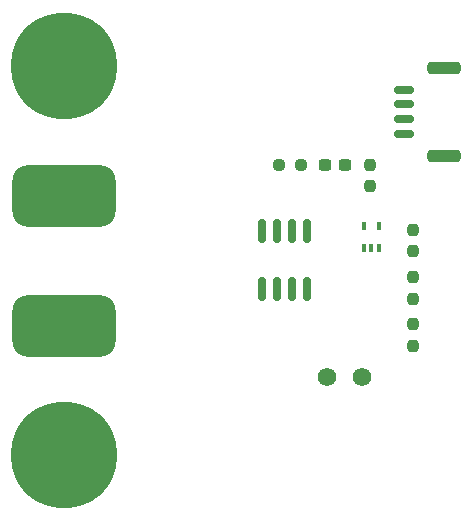
<source format=gbr>
%TF.GenerationSoftware,KiCad,Pcbnew,8.0.8*%
%TF.CreationDate,2025-11-14T22:35:10+01:00*%
%TF.ProjectId,Pomiar pr_du,506f6d69-6172-4207-9072-0564752e6b69,rev?*%
%TF.SameCoordinates,Original*%
%TF.FileFunction,Soldermask,Top*%
%TF.FilePolarity,Negative*%
%FSLAX46Y46*%
G04 Gerber Fmt 4.6, Leading zero omitted, Abs format (unit mm)*
G04 Created by KiCad (PCBNEW 8.0.8) date 2025-11-14 22:35:10*
%MOMM*%
%LPD*%
G01*
G04 APERTURE LIST*
G04 Aperture macros list*
%AMRoundRect*
0 Rectangle with rounded corners*
0 $1 Rounding radius*
0 $2 $3 $4 $5 $6 $7 $8 $9 X,Y pos of 4 corners*
0 Add a 4 corners polygon primitive as box body*
4,1,4,$2,$3,$4,$5,$6,$7,$8,$9,$2,$3,0*
0 Add four circle primitives for the rounded corners*
1,1,$1+$1,$2,$3*
1,1,$1+$1,$4,$5*
1,1,$1+$1,$6,$7*
1,1,$1+$1,$8,$9*
0 Add four rect primitives between the rounded corners*
20,1,$1+$1,$2,$3,$4,$5,0*
20,1,$1+$1,$4,$5,$6,$7,0*
20,1,$1+$1,$6,$7,$8,$9,0*
20,1,$1+$1,$8,$9,$2,$3,0*%
G04 Aperture macros list end*
%ADD10RoundRect,0.237500X0.237500X-0.250000X0.237500X0.250000X-0.237500X0.250000X-0.237500X-0.250000X0*%
%ADD11RoundRect,0.237500X-0.237500X0.250000X-0.237500X-0.250000X0.237500X-0.250000X0.237500X0.250000X0*%
%ADD12RoundRect,0.237500X0.250000X0.237500X-0.250000X0.237500X-0.250000X-0.237500X0.250000X-0.237500X0*%
%ADD13C,1.574800*%
%ADD14RoundRect,0.150000X0.150000X-0.825000X0.150000X0.825000X-0.150000X0.825000X-0.150000X-0.825000X0*%
%ADD15RoundRect,0.100000X0.100000X-0.225000X0.100000X0.225000X-0.100000X0.225000X-0.100000X-0.225000X0*%
%ADD16RoundRect,1.300000X-3.075000X1.300000X-3.075000X-1.300000X3.075000X-1.300000X3.075000X1.300000X0*%
%ADD17RoundRect,1.300000X-3.075000X-1.300000X3.075000X-1.300000X3.075000X1.300000X-3.075000X1.300000X0*%
%ADD18C,9.000000*%
%ADD19RoundRect,0.237500X-0.300000X-0.237500X0.300000X-0.237500X0.300000X0.237500X-0.300000X0.237500X0*%
%ADD20RoundRect,0.150000X-0.700000X0.150000X-0.700000X-0.150000X0.700000X-0.150000X0.700000X0.150000X0*%
%ADD21RoundRect,0.250000X-1.150000X0.250000X-1.150000X-0.250000X1.150000X-0.250000X1.150000X0.250000X0*%
G04 APERTURE END LIST*
D10*
%TO.C,R5*%
X149900000Y-85712500D03*
X149900000Y-83887500D03*
%TD*%
D11*
%TO.C,R2*%
X153480000Y-89405000D03*
X153480000Y-91230000D03*
%TD*%
D12*
%TO.C,R6*%
X144012500Y-83900000D03*
X142187500Y-83900000D03*
%TD*%
D13*
%TO.C,J1*%
X149198500Y-101860400D03*
X146198501Y-101860400D03*
%TD*%
D11*
%TO.C,R4*%
X153480000Y-97387500D03*
X153480000Y-99212500D03*
%TD*%
D14*
%TO.C,U1*%
X140690000Y-94450000D03*
X141960000Y-94450000D03*
X143230000Y-94450000D03*
X144500000Y-94450000D03*
X144500000Y-89500000D03*
X143230000Y-89500000D03*
X141960000Y-89500000D03*
X140690000Y-89500000D03*
%TD*%
D15*
%TO.C,U2*%
X149350000Y-90950000D03*
X150000000Y-90950000D03*
X150650000Y-90950000D03*
X150650000Y-89050000D03*
X149350000Y-89050000D03*
%TD*%
D16*
%TO.C,R1*%
X124000000Y-86500000D03*
D17*
X124000000Y-97500000D03*
D18*
X124000000Y-75500000D03*
X124000000Y-108500000D03*
%TD*%
D19*
%TO.C,C1*%
X146037500Y-83900000D03*
X147762500Y-83900000D03*
%TD*%
D11*
%TO.C,R3*%
X153480000Y-93387500D03*
X153480000Y-95212500D03*
%TD*%
D20*
%TO.C,REF\u002A\u002A*%
X152750000Y-77525000D03*
X152750000Y-78775000D03*
X152750000Y-80025000D03*
X152750000Y-81275000D03*
D21*
X156100000Y-75675000D03*
X156100000Y-83125000D03*
%TD*%
M02*

</source>
